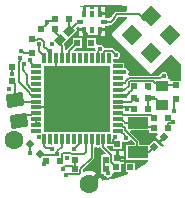
<source format=gtl>
G04*
G04 #@! TF.GenerationSoftware,Altium Limited,Altium Designer,20.0.13 (296)*
G04*
G04 Layer_Physical_Order=1*
G04 Layer_Color=255*
%FSLAX25Y25*%
%MOIN*%
G70*
G01*
G75*
%ADD14R,0.22441X0.22441*%
%ADD15R,0.01181X0.03347*%
%ADD16R,0.03347X0.01181*%
G04:AMPARAMS|DCode=17|XSize=57.09mil|YSize=45.28mil|CornerRadius=0mil|HoleSize=0mil|Usage=FLASHONLY|Rotation=190.000|XOffset=0mil|YOffset=0mil|HoleType=Round|Shape=Rectangle|*
%AMROTATEDRECTD17*
4,1,4,0.02418,0.02725,0.03204,-0.01734,-0.02418,-0.02725,-0.03204,0.01734,0.02418,0.02725,0.0*
%
%ADD17ROTATEDRECTD17*%

%ADD18R,0.03937X0.03543*%
G04:AMPARAMS|DCode=19|XSize=29.53mil|YSize=23.62mil|CornerRadius=0mil|HoleSize=0mil|Usage=FLASHONLY|Rotation=45.000|XOffset=0mil|YOffset=0mil|HoleType=Round|Shape=Rectangle|*
%AMROTATEDRECTD19*
4,1,4,-0.00209,-0.01879,-0.01879,-0.00209,0.00209,0.01879,0.01879,0.00209,-0.00209,-0.01879,0.0*
%
%ADD19ROTATEDRECTD19*%

%ADD20R,0.02165X0.02165*%
%ADD21R,0.07087X0.03937*%
%ADD22P,0.06960X4X90.0*%
%ADD23R,0.01575X0.02362*%
%ADD24R,0.02362X0.01575*%
%ADD25R,0.02165X0.02165*%
%ADD26P,0.03062X4X180.0*%
%ADD27P,0.03062X4X90.0*%
%ADD43C,0.00500*%
%ADD44C,0.00800*%
%ADD45C,0.00400*%
%ADD46C,0.00600*%
%ADD47C,0.01772*%
%ADD48C,0.06299*%
G36*
X44235Y13683D02*
Y12947D01*
X41357D01*
Y8010D01*
X48682D01*
X48869Y7510D01*
X48364Y7073D01*
X45777Y5277D01*
X44813Y4750D01*
X44383Y5005D01*
Y7083D01*
X41217D01*
Y3917D01*
X42068D01*
X42167Y3417D01*
X40104Y2562D01*
X37082Y1675D01*
X33982Y1116D01*
X33247Y1063D01*
X33238Y1135D01*
X32799Y2194D01*
X32655Y2382D01*
X29636Y-636D01*
X28364Y636D01*
X31382Y3655D01*
X31194Y3799D01*
X30136Y4238D01*
X29000Y4387D01*
X27865Y4238D01*
X27511Y4091D01*
X27027Y4395D01*
X27003Y4717D01*
X30462Y8176D01*
X30628Y8424D01*
X30686Y8717D01*
Y12043D01*
X31186Y12310D01*
X31359Y12195D01*
X31900Y12087D01*
X32441Y12195D01*
X32594Y12297D01*
X32853Y12217D01*
X33113Y12043D01*
X33152Y11849D01*
X33318Y11601D01*
X34593Y10326D01*
X34346Y9865D01*
X34201Y9894D01*
X33850Y9824D01*
X33552Y9625D01*
X33508Y9559D01*
X33118D01*
Y6394D01*
Y3441D01*
X34099D01*
X34195Y2959D01*
X34501Y2501D01*
X34959Y2195D01*
X35500Y2087D01*
X36041Y2195D01*
X36499Y2501D01*
X36805Y2959D01*
X36913Y3500D01*
X36907Y3531D01*
X37224Y3917D01*
X39783D01*
Y6617D01*
X40583D01*
Y8200D01*
X38500D01*
Y8700D01*
X38000D01*
Y10783D01*
X36417D01*
X36417Y10783D01*
Y10783D01*
X36036Y11045D01*
X34920Y12161D01*
X35127Y12661D01*
X36917D01*
X36917Y12161D01*
Y11717D01*
X40083D01*
Y13813D01*
X40583Y14080D01*
X40787Y13943D01*
X41327Y13836D01*
X41868Y13943D01*
X42327Y14250D01*
X42581Y14630D01*
X43121Y14797D01*
X44235Y13683D01*
D02*
G37*
G36*
X49117Y16917D02*
X51765D01*
X51972Y16417D01*
X51181Y15626D01*
X52300Y14507D01*
X53773Y15980D01*
X54480Y15273D01*
X53007Y13800D01*
X53951Y12857D01*
X53604Y12393D01*
X53027Y12458D01*
X50874Y14612D01*
X49209Y12947D01*
X45765D01*
Y14000D01*
X45706Y14293D01*
X45541Y14541D01*
X45541Y14541D01*
X42691Y17391D01*
X42882Y17853D01*
X49117D01*
Y16917D01*
D02*
G37*
G36*
X41620Y57880D02*
X41429Y57418D01*
X38437D01*
X38086Y57348D01*
X37788Y57149D01*
X36569Y55930D01*
X36370Y55632D01*
X36346Y55509D01*
X35870Y55210D01*
X35827Y55203D01*
X35618Y55287D01*
Y55287D01*
X34347D01*
Y56197D01*
X32559D01*
Y56697D01*
X32059D01*
Y58878D01*
X30772D01*
Y58378D01*
X29228D01*
Y58878D01*
X27941D01*
Y56697D01*
X26941D01*
Y58878D01*
X25919D01*
X25892Y59378D01*
X28741Y59684D01*
X30316D01*
X30316Y59684D01*
X39816Y59684D01*
X41620Y57880D01*
D02*
G37*
G36*
X41837Y55120D02*
X36844Y50128D01*
X36719Y49825D01*
X36686Y49745D01*
X36844Y49363D01*
X36845Y49363D01*
X49372Y36835D01*
X49675Y36709D01*
X49755Y36677D01*
X50137Y36835D01*
X50137Y36835D01*
X56401Y43099D01*
X59693Y39806D01*
X59693Y34837D01*
X59583Y34383D01*
X56417D01*
Y34383D01*
X55968Y34506D01*
Y34921D01*
X55519D01*
X55224Y35421D01*
X55301Y35807D01*
X55194Y36348D01*
X54887Y36806D01*
X54429Y37113D01*
X53888Y37220D01*
X53347Y37113D01*
X52889Y36806D01*
X52583Y36348D01*
X52542Y36145D01*
X52482Y36105D01*
X52482Y36105D01*
X52475Y36097D01*
X42393D01*
X42307Y36081D01*
X42007Y36531D01*
X42143Y36735D01*
X42251Y37275D01*
X42143Y37816D01*
X41837Y38275D01*
X41379Y38581D01*
X40838Y38688D01*
X40756Y38756D01*
Y40335D01*
X37220D01*
Y40638D01*
X36917D01*
Y41477D01*
X37417Y41744D01*
X37472Y41707D01*
X38013Y41600D01*
X38554Y41707D01*
X39012Y42014D01*
X39318Y42472D01*
X39426Y43013D01*
X39318Y43554D01*
X39012Y44012D01*
X38554Y44318D01*
X38013Y44426D01*
X37806Y44385D01*
X37793Y44397D01*
X37708Y44525D01*
X37269Y44964D01*
X37021Y45130D01*
X36728Y45188D01*
X34425D01*
X34132Y45130D01*
X33989Y45189D01*
X33915Y45563D01*
X33609Y46021D01*
X33150Y46327D01*
X32609Y46435D01*
X32069Y46327D01*
X31883Y46203D01*
X31383Y46470D01*
Y48583D01*
X28217D01*
Y45417D01*
X30881D01*
X31198Y45031D01*
X31196Y45022D01*
X31266Y44673D01*
X30997Y44243D01*
X30909Y44173D01*
X24124D01*
X23933Y44635D01*
X24715Y45417D01*
X26783D01*
Y48583D01*
X23617D01*
Y46915D01*
X21589Y44887D01*
X21496Y44748D01*
X20996Y44900D01*
Y44921D01*
X20926Y45272D01*
X20918Y45286D01*
Y46021D01*
X20848Y46372D01*
X20649Y46670D01*
Y46771D01*
X22055Y48178D01*
Y48178D01*
X22322Y48445D01*
X25117Y51240D01*
X24577Y51780D01*
X25154Y52356D01*
X25654Y52149D01*
Y51803D01*
X27441D01*
Y51303D01*
X27941D01*
Y49122D01*
X29228D01*
Y49622D01*
X30772D01*
Y49122D01*
X32059D01*
Y51303D01*
X32559D01*
Y51803D01*
X34347D01*
Y52713D01*
X35618D01*
Y53082D01*
X36331D01*
X36682Y53152D01*
X36980Y53351D01*
X37867Y54238D01*
X38066Y54536D01*
X38136Y54887D01*
Y54901D01*
X38817Y55582D01*
X41646D01*
X41837Y55120D01*
D02*
G37*
%LPC*%
G36*
X40583Y10783D02*
X39000D01*
Y9200D01*
X40583D01*
Y10783D01*
D02*
G37*
G36*
X34347Y58878D02*
X33059D01*
Y57197D01*
X34347D01*
Y58878D01*
D02*
G37*
G36*
Y50803D02*
X33059D01*
Y49122D01*
X34347D01*
Y50803D01*
D02*
G37*
G36*
X26941D02*
X25654D01*
Y49122D01*
X26941D01*
Y50803D01*
D02*
G37*
%LPD*%
D14*
X25000Y28417D02*
D03*
D15*
X35827Y14835D02*
D03*
X33858D02*
D03*
X31890D02*
D03*
X29921D02*
D03*
X27953D02*
D03*
X25984D02*
D03*
X24016D02*
D03*
X22047D02*
D03*
X20079D02*
D03*
X18110D02*
D03*
X16142D02*
D03*
X14173D02*
D03*
Y42000D02*
D03*
X16142D02*
D03*
X18110D02*
D03*
X20079D02*
D03*
X22047D02*
D03*
X24016D02*
D03*
X25984D02*
D03*
X27953D02*
D03*
X29921D02*
D03*
X31890D02*
D03*
X33858D02*
D03*
X35827D02*
D03*
D16*
X11417Y17591D02*
D03*
Y19559D02*
D03*
Y21528D02*
D03*
Y23496D02*
D03*
Y25465D02*
D03*
Y27433D02*
D03*
Y29402D02*
D03*
Y31370D02*
D03*
Y33339D02*
D03*
Y35307D02*
D03*
Y37276D02*
D03*
Y39244D02*
D03*
X38583D02*
D03*
Y37276D02*
D03*
Y35307D02*
D03*
Y33339D02*
D03*
Y31370D02*
D03*
Y29402D02*
D03*
Y27433D02*
D03*
Y25465D02*
D03*
Y23496D02*
D03*
Y21528D02*
D03*
Y19559D02*
D03*
Y17591D02*
D03*
D17*
X5770Y21011D02*
D03*
X4540Y27990D02*
D03*
D18*
X53500Y26350D02*
D03*
Y32650D02*
D03*
D19*
X19469Y47969D02*
D03*
X22531Y51031D02*
D03*
D20*
X24268Y7976D02*
D03*
Y5024D02*
D03*
X34701D02*
D03*
Y7976D02*
D03*
X38200Y5500D02*
D03*
X42800D02*
D03*
X14700Y7500D02*
D03*
X19300D02*
D03*
X50700Y22000D02*
D03*
X55300D02*
D03*
X48800Y32500D02*
D03*
X44200D02*
D03*
X29800Y47000D02*
D03*
X25200D02*
D03*
X55300Y18500D02*
D03*
X50700D02*
D03*
X48800Y28500D02*
D03*
X44200D02*
D03*
X48800Y25000D02*
D03*
X44200D02*
D03*
X13200Y51500D02*
D03*
X17800D02*
D03*
X22300Y55000D02*
D03*
X17700D02*
D03*
D21*
X45400Y20321D02*
D03*
Y10479D02*
D03*
D22*
X49755Y56009D02*
D03*
X43491Y49745D02*
D03*
X56018D02*
D03*
X49755Y43482D02*
D03*
D23*
X27441Y56697D02*
D03*
X30000D02*
D03*
X32559D02*
D03*
X27441Y51303D02*
D03*
X30000D02*
D03*
X32559D02*
D03*
D24*
X33937Y54000D02*
D03*
X26063D02*
D03*
D25*
X10000Y43700D02*
D03*
Y48300D02*
D03*
X38500Y8700D02*
D03*
Y13300D02*
D03*
X58000Y28200D02*
D03*
Y32800D02*
D03*
X3500Y38800D02*
D03*
Y34200D02*
D03*
D26*
X9374Y13126D02*
D03*
X12626Y9874D02*
D03*
D27*
X54126Y15626D02*
D03*
X50874Y12374D02*
D03*
D43*
X5596Y33904D02*
Y40479D01*
X7007Y37856D02*
X8507Y36356D01*
Y33114D02*
Y36356D01*
X7007Y37856D02*
Y39577D01*
X8507Y33114D02*
X9001Y32620D01*
X7007Y39577D02*
X7232Y39802D01*
X5902Y41902D02*
X6000Y42000D01*
X7300Y43700D02*
X10000D01*
X6272Y44728D02*
X7300Y43700D01*
X5902Y40785D02*
Y41902D01*
X5596Y40479D02*
X5902Y40785D01*
X5596Y33904D02*
X8994Y30506D01*
Y30469D02*
Y30506D01*
Y30469D02*
X9433Y30029D01*
X10300Y48000D02*
X11687D01*
X11822Y48136D01*
X13178D01*
X14136Y47178D01*
X15787Y44365D02*
X16032D01*
X41367Y34237D02*
Y34308D01*
X42393Y35333D01*
X40880Y33749D02*
X41367Y34237D01*
X52792Y35333D02*
X53023Y35564D01*
X42393Y35333D02*
X52792D01*
X53645Y35564D02*
X53888Y35807D01*
X53023Y35564D02*
X53645D01*
X50455Y34283D02*
X50983Y33755D01*
X50243Y34283D02*
X50455D01*
X50193Y34333D02*
X50243Y34283D01*
X47407Y34333D02*
X50193D01*
X50983Y33755D02*
X52394D01*
X47357Y34283D02*
X47407Y34333D01*
X45643Y34283D02*
X47357D01*
X45593Y34333D02*
X45643Y34283D01*
X42807Y34333D02*
X45593D01*
X38013Y43013D02*
Y43096D01*
X4259Y32026D02*
Y33441D01*
Y32026D02*
X4500Y31785D01*
Y28721D02*
Y31785D01*
X3500Y34200D02*
X4259Y33441D01*
X4500Y28721D02*
X5788Y27433D01*
X21749Y3249D02*
X22816D01*
X21500Y3000D02*
X21749Y3249D01*
X22843Y10343D02*
X23322Y9864D01*
X20343Y10343D02*
X22843D01*
X19993Y9993D02*
X20343Y10343D01*
X23322Y9864D02*
X25411D01*
X25524Y9976D02*
X27429D01*
X25411Y9864D02*
X25524Y9976D01*
X19993Y8193D02*
Y9993D01*
X19300Y7500D02*
X19993Y8193D01*
X11077Y29742D02*
X11417Y29402D01*
X9758Y29742D02*
X11077D01*
X9471Y30029D02*
X9758Y29742D01*
X9433Y30029D02*
X9471D01*
X5788Y27433D02*
X11417D01*
X42367Y33893D02*
X42807Y34333D01*
X42367Y33822D02*
Y33893D01*
X42217Y33672D02*
X42367Y33822D01*
X42217Y32717D02*
Y33672D01*
X21120Y6024D02*
X23768D01*
X20262Y5166D02*
X21120Y6024D01*
X20262Y5032D02*
Y5166D01*
X24000Y11500D02*
X24006D01*
X38898Y33654D02*
X40572D01*
X38583Y33339D02*
X38898Y33654D01*
X40668Y33749D02*
X40880D01*
X40572Y33654D02*
X40668Y33749D01*
X37167Y43942D02*
X38013Y43096D01*
X37167Y43942D02*
Y43984D01*
X36728Y44423D02*
X37167Y43984D01*
X11077Y31711D02*
X11417Y31370D01*
X9001Y32294D02*
Y32620D01*
X9845Y31711D02*
X11077D01*
X9441Y31854D02*
X9701D01*
X9001Y32294D02*
X9441Y31854D01*
X9701D02*
X9845Y31711D01*
X15707Y44285D02*
X15787Y44365D01*
X34425Y44423D02*
X36728D01*
X34132Y44130D02*
X34425Y44423D01*
X34132Y42273D02*
Y44130D01*
X40870Y31370D02*
X42217Y32717D01*
X37756Y31370D02*
X40870D01*
X14136Y45767D02*
Y47178D01*
Y45767D02*
X15112Y44791D01*
X15364Y44205D02*
Y44546D01*
X15112Y44791D02*
X15119D01*
X15364Y44546D01*
X10000Y48300D02*
X10300Y48000D01*
X38583Y19449D02*
X39329D01*
X39665Y19559D02*
X40293Y18931D01*
X38583Y19559D02*
X39665D01*
X40293Y18931D02*
X40567D01*
X41006Y18492D01*
Y17994D02*
Y18492D01*
Y17994D02*
X41347Y17653D01*
X45100Y20321D02*
X45400D01*
X41145D02*
X45100D01*
X40567Y20899D02*
X41145Y20321D01*
X40376Y20899D02*
X40567D01*
X40089Y21187D02*
X40376Y20899D01*
X40006Y21187D02*
X40089D01*
X39795Y21398D02*
X40006Y21187D01*
X39795Y21398D02*
Y21481D01*
X49660Y23040D02*
X50700Y22000D01*
X41346Y23040D02*
X49660D01*
X39665Y23496D02*
X40293Y22868D01*
X41175D01*
X41346Y23040D01*
X38583Y23496D02*
X39665D01*
X25644Y13411D02*
X25789Y13557D01*
X25644Y13144D02*
Y13411D01*
X25356Y12856D02*
X25644Y13144D01*
X25356Y12851D02*
Y12856D01*
X24006Y11500D02*
X25356Y12851D01*
X26101Y3630D02*
Y4896D01*
X22874Y3191D02*
X25661D01*
X22816Y3249D02*
X22874Y3191D01*
X26101Y4896D02*
X29921Y8717D01*
X25661Y3191D02*
X26101Y3630D01*
X33858Y12142D02*
X36533Y9466D01*
Y7166D02*
Y9466D01*
Y7166D02*
X38200Y5500D01*
X45000Y10579D02*
Y14000D01*
Y10579D02*
X49079D01*
X53419Y32730D02*
X53489Y32800D01*
X31890Y42000D02*
X32121Y42231D01*
Y44161D01*
X33858Y42000D02*
X34132Y42273D01*
X16488Y12038D02*
X16750Y11776D01*
X14852Y12038D02*
X16488D01*
X14173Y12717D02*
X14852Y12038D01*
X14173Y12717D02*
Y14835D01*
X41347Y17653D02*
X41347D01*
X45000Y14000D01*
X15951Y42191D02*
X16142Y42000D01*
X15951Y42191D02*
Y44040D01*
X15707Y44285D02*
X15951Y44040D01*
X45609Y7132D02*
Y7391D01*
X45500Y7500D02*
X45609Y7391D01*
X38500Y8700D02*
X39700Y7500D01*
X45500D01*
X33858Y12142D02*
Y14835D01*
X52394Y33755D02*
X53500Y32650D01*
X24268Y5024D02*
Y7976D01*
X29921Y8717D02*
Y14835D01*
X27953Y10500D02*
Y14835D01*
X27429Y9976D02*
X27953Y10500D01*
X4500Y22957D02*
X9795D01*
X10335Y23496D01*
X11417D01*
X49079Y10579D02*
X50874Y12374D01*
X53489Y32800D02*
X58000D01*
D44*
X9500Y41232D02*
X9686Y41046D01*
X3429Y38728D02*
X3500Y38800D01*
X3429Y36740D02*
Y38728D01*
X9686Y40314D02*
X10500Y39500D01*
X9686Y40314D02*
Y41046D01*
X12500Y44431D02*
Y46500D01*
X27441Y56697D02*
X27828Y57084D01*
Y57775D01*
X28000Y57946D01*
X17049Y54349D02*
X17700Y55000D01*
X15889Y54349D02*
X17049D01*
X15397Y53857D02*
X15889Y54349D01*
X15134Y53857D02*
X15397D01*
X13200Y51500D02*
X15000Y53300D01*
X19313Y46708D02*
Y47813D01*
Y46708D02*
X20000Y46021D01*
X22740Y51240D02*
X25113Y53613D01*
X22531Y51031D02*
X22740Y51240D01*
X25113Y53613D02*
X25676D01*
X26063Y54000D01*
X22740Y51240D02*
Y52345D01*
X22531Y52553D02*
X22740Y52345D01*
X22531Y52553D02*
Y54769D01*
X22300Y55000D02*
X22531Y54769D01*
X19469Y47969D02*
Y48831D01*
X17300Y51000D02*
X19469Y48831D01*
X19313Y47813D02*
X19469Y47969D01*
X20000Y45000D02*
Y46021D01*
Y45000D02*
X20079Y44921D01*
Y42000D02*
Y44921D01*
X21799Y8626D02*
X21874D01*
X21899Y8601D01*
X17695Y9845D02*
X18172D01*
X18358Y10031D01*
X17545Y9695D02*
X17695Y9845D01*
X14165Y6465D02*
X14465D01*
X14173Y42000D02*
Y42827D01*
X22238Y42191D02*
Y44238D01*
X24317Y46317D02*
X24517D01*
X22238Y44238D02*
X24317Y46317D01*
X24517D02*
X25200Y47000D01*
X12385Y44316D02*
X12500Y44431D01*
X28940Y49122D02*
X32091D01*
X32383Y51127D02*
X32559Y51303D01*
X32383Y49414D02*
Y51127D01*
X32091Y49122D02*
X32383Y49414D01*
X27441Y50910D02*
Y51303D01*
Y50910D02*
X27828Y50522D01*
X27844D01*
X28313Y50054D01*
Y49749D02*
Y50054D01*
Y49749D02*
X28940Y49122D01*
X45100Y20321D02*
X46421Y19000D01*
X19888Y12388D02*
Y14685D01*
X18319Y10819D02*
X19888Y12388D01*
X12168Y19749D02*
Y19831D01*
X12626Y9695D02*
X13413D01*
X13592Y9874D01*
X13771Y9695D01*
X17545D01*
X9374Y10258D02*
X9500Y10131D01*
X9374Y10258D02*
Y13126D01*
X57508Y27708D02*
X58000Y28200D01*
X57508Y24316D02*
Y27708D01*
X37850Y15350D02*
Y15500D01*
X41036Y15541D02*
X41327Y15249D01*
X41036Y15541D02*
Y16221D01*
X37000Y14500D02*
X37850Y15350D01*
X14465Y6465D02*
X14500Y6500D01*
X37000Y13649D02*
X37651D01*
X36186D02*
X37000D01*
Y14500D01*
X37947Y17400D02*
X39856D01*
X41036Y16221D01*
X27441Y56697D02*
Y57091D01*
X27054Y57478D02*
X27441Y57091D01*
X56814Y20314D02*
X57000Y20500D01*
X54617Y17817D02*
X55300Y18500D01*
Y20250D01*
X56127Y20314D02*
X56814D01*
X56063Y20250D02*
X56127Y20314D01*
X55300Y20250D02*
X56063D01*
X48821Y28479D02*
X50437D01*
X57664Y28536D02*
X58000Y28200D01*
X48800Y28500D02*
X48821Y28479D01*
X50437D02*
X50458Y28458D01*
X12359Y19559D02*
X12370Y19549D01*
X12168Y19749D02*
X12359Y19559D01*
X11417Y19831D02*
Y21528D01*
X12359Y19559D02*
X12361D01*
X11417D02*
X12359D01*
X12370Y19549D02*
X12372D01*
X12361Y19559D02*
X12372Y19549D01*
X10500Y19500D02*
X10559Y19559D01*
X11417D01*
X50500Y28314D02*
X51340D01*
X17920Y40917D02*
Y42000D01*
X10591Y25465D02*
X21220D01*
X22047Y42000D02*
X22238Y42191D01*
X48800Y25500D02*
Y28500D01*
X53303Y26350D02*
X53500D01*
X51340Y28314D02*
X53303Y26350D01*
X44087Y32696D02*
X44200Y32583D01*
Y32500D02*
Y32583D01*
X36331Y54000D02*
X37218Y54887D01*
X33937Y54000D02*
X36331D01*
X15500Y31500D02*
Y35619D01*
X15390Y35730D02*
X15500Y35619D01*
X37218Y55281D02*
X38437Y56500D01*
X47458Y54764D02*
X48500D01*
X45722Y56500D02*
X47458Y54764D01*
X38437Y56500D02*
X45722D01*
X37218Y54887D02*
Y55281D01*
X34201Y6024D02*
Y8976D01*
X17920Y40917D02*
X18110Y40727D01*
Y34480D02*
Y40727D01*
Y34480D02*
X24173Y28417D01*
X14024Y42677D02*
X14173Y42827D01*
X12385Y44316D02*
X14024Y42677D01*
Y42677D02*
Y42677D01*
X46421Y19000D02*
X50700D01*
X21220Y25465D02*
X24173Y28417D01*
X37651Y13649D02*
X38000Y13300D01*
X36180Y13654D02*
X36186Y13649D01*
D45*
X40838Y37275D02*
Y37329D01*
X40818Y37349D02*
X40838Y37329D01*
X37803Y21481D02*
X39795D01*
X16049Y13563D02*
Y15000D01*
Y13563D02*
X16232Y13381D01*
X24008Y42008D02*
X24016Y42000D01*
X35500Y3500D02*
Y3539D01*
X34701Y4338D02*
X35500Y3539D01*
X34701Y4338D02*
Y5024D01*
X37756Y21528D02*
X37803Y21481D01*
D46*
X37756Y27433D02*
X38583D01*
X43133D01*
X44200Y28500D01*
X41402Y29402D02*
X42217Y30217D01*
X38583Y29402D02*
X41402D01*
X41736Y24894D02*
X41805Y24964D01*
Y25500D01*
X43417Y31717D02*
X44200Y32500D01*
X41805Y25500D02*
X44200D01*
X37791D02*
X41805D01*
X42745Y30983D02*
X42983D01*
X42217Y30455D02*
X42745Y30983D01*
X43417Y31417D02*
Y31717D01*
X42983Y30983D02*
X43417Y31417D01*
X42217Y30217D02*
Y30455D01*
D47*
X3429Y36740D02*
D03*
X19000Y38000D02*
D03*
X25500Y35000D02*
D03*
X7232Y39802D02*
D03*
X6000Y42000D02*
D03*
X6268Y44272D02*
D03*
X9500Y41232D02*
D03*
X12500Y46500D02*
D03*
X16032Y44365D02*
D03*
X16847Y21531D02*
D03*
X15134Y53857D02*
D03*
X16753Y46637D02*
D03*
X52000Y37500D02*
D03*
X53888Y35807D02*
D03*
X47000Y37500D02*
D03*
X40838Y37275D02*
D03*
X38013Y43013D02*
D03*
X2402Y31500D02*
D03*
X21500Y3000D02*
D03*
X21799Y8626D02*
D03*
X18358Y10031D02*
D03*
X38000Y3000D02*
D03*
X29900Y42500D02*
D03*
X25131Y47069D02*
D03*
X44539Y40039D02*
D03*
X39000Y35300D02*
D03*
X18100Y15800D02*
D03*
X22000Y15500D02*
D03*
X14165Y6465D02*
D03*
X20262Y5032D02*
D03*
X24000Y11500D02*
D03*
X42447Y42079D02*
D03*
X39844Y44357D02*
D03*
X38091Y46722D02*
D03*
X41025Y29214D02*
D03*
X24000Y41500D02*
D03*
X49165Y31965D02*
D03*
X45000Y28000D02*
D03*
X32609Y45022D02*
D03*
X31900Y13500D02*
D03*
X16750Y11776D02*
D03*
X12168Y19831D02*
D03*
X15600Y32500D02*
D03*
X16120Y14200D02*
D03*
X9500Y10131D02*
D03*
X36000Y49500D02*
D03*
X57508Y24316D02*
D03*
X41736Y24894D02*
D03*
X37850Y15500D02*
D03*
X41327Y15249D02*
D03*
X57000Y20500D02*
D03*
X48165Y14465D02*
D03*
X17500Y18500D02*
D03*
X29165Y34965D02*
D03*
X33000Y35000D02*
D03*
X28665Y29465D02*
D03*
X19665Y27465D02*
D03*
X34665Y18465D02*
D03*
X39000Y54132D02*
D03*
X41000Y58631D02*
D03*
X36500D02*
D03*
Y51631D02*
D03*
X58500Y39132D02*
D03*
X56500Y36500D02*
D03*
X55000Y40000D02*
D03*
X50458Y28458D02*
D03*
X12279Y15667D02*
D03*
X45609Y7132D02*
D03*
X35500Y3500D02*
D03*
D48*
X29000Y0D02*
D03*
X4000Y14500D02*
D03*
M02*

</source>
